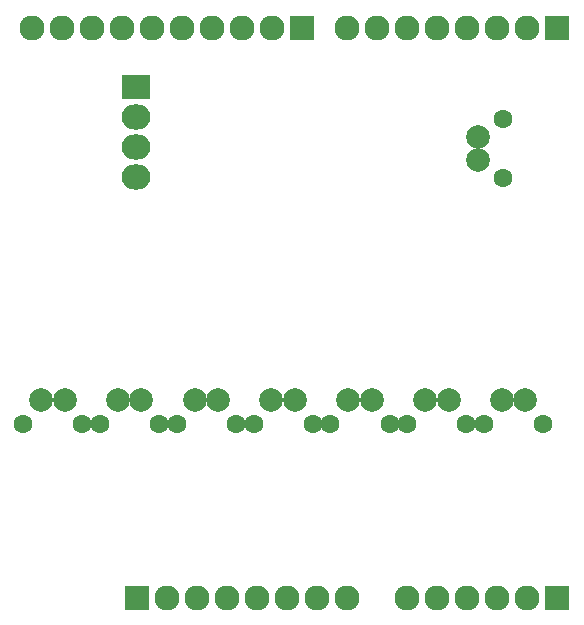
<source format=gbs>
G04 #@! TF.FileFunction,Soldermask,Bot*
%FSLAX46Y46*%
G04 Gerber Fmt 4.6, Leading zero omitted, Abs format (unit mm)*
G04 Created by KiCad (PCBNEW 4.0.2-4+6225~38~ubuntu15.10.1-stable) date Tue 29 Mar 2016 00:01:41 BST*
%MOMM*%
G01*
G04 APERTURE LIST*
%ADD10C,0.100000*%
%ADD11R,2.127200X2.127200*%
%ADD12C,2.127200*%
%ADD13R,2.432000X2.127200*%
%ADD14O,2.432000X2.127200*%
%ADD15C,1.600000*%
%ADD16C,2.000000*%
G04 APERTURE END LIST*
D10*
D11*
X73660000Y-111760000D03*
D12*
X76200000Y-111760000D03*
X78740000Y-111760000D03*
X81280000Y-111760000D03*
X83820000Y-111760000D03*
X86360000Y-111760000D03*
X88900000Y-111760000D03*
X91440000Y-111760000D03*
D11*
X109220000Y-111760000D03*
D12*
X106680000Y-111760000D03*
X104140000Y-111760000D03*
X101600000Y-111760000D03*
X99060000Y-111760000D03*
X96520000Y-111760000D03*
D11*
X87630000Y-63500000D03*
D12*
X85090000Y-63500000D03*
X82550000Y-63500000D03*
X80010000Y-63500000D03*
X77470000Y-63500000D03*
X74930000Y-63500000D03*
X72390000Y-63500000D03*
X69850000Y-63500000D03*
X67310000Y-63500000D03*
X64770000Y-63500000D03*
D11*
X109220000Y-63500000D03*
D12*
X106680000Y-63500000D03*
X104140000Y-63500000D03*
X101600000Y-63500000D03*
X99060000Y-63500000D03*
X96520000Y-63500000D03*
X93980000Y-63500000D03*
X91440000Y-63500000D03*
D13*
X73500000Y-68500000D03*
D14*
X73500000Y-71040000D03*
X73500000Y-73580000D03*
X73500000Y-76120000D03*
D15*
X77000000Y-97100000D03*
X82000000Y-97100000D03*
D16*
X78500000Y-95000000D03*
X80500000Y-95000000D03*
D15*
X83500000Y-97100000D03*
X88500000Y-97100000D03*
D16*
X85000000Y-95000000D03*
X87000000Y-95000000D03*
D15*
X64000000Y-97100000D03*
X69000000Y-97100000D03*
D16*
X65500000Y-95000000D03*
X67500000Y-95000000D03*
D15*
X70500000Y-97100000D03*
X75500000Y-97100000D03*
D16*
X72000000Y-95000000D03*
X74000000Y-95000000D03*
D15*
X90000000Y-97100000D03*
X95000000Y-97100000D03*
D16*
X91500000Y-95000000D03*
X93500000Y-95000000D03*
D15*
X96500000Y-97100000D03*
X101500000Y-97100000D03*
D16*
X98000000Y-95000000D03*
X100000000Y-95000000D03*
D15*
X103000000Y-97100000D03*
X108000000Y-97100000D03*
D16*
X104500000Y-95000000D03*
X106500000Y-95000000D03*
D15*
X104600000Y-76250000D03*
X104600000Y-71250000D03*
D16*
X102500000Y-74750000D03*
X102500000Y-72750000D03*
M02*

</source>
